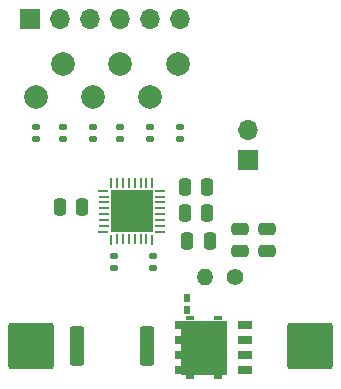
<source format=gbr>
%TF.GenerationSoftware,KiCad,Pcbnew,(6.0.8)*%
%TF.CreationDate,2023-02-11T16:42:38+01:00*%
%TF.ProjectId,VNF1048FTR_TestBoard,564e4631-3034-4384-9654-525f54657374,rev?*%
%TF.SameCoordinates,Original*%
%TF.FileFunction,Soldermask,Top*%
%TF.FilePolarity,Negative*%
%FSLAX46Y46*%
G04 Gerber Fmt 4.6, Leading zero omitted, Abs format (unit mm)*
G04 Created by KiCad (PCBNEW (6.0.8)) date 2023-02-11 16:42:38*
%MOMM*%
%LPD*%
G01*
G04 APERTURE LIST*
G04 Aperture macros list*
%AMRoundRect*
0 Rectangle with rounded corners*
0 $1 Rounding radius*
0 $2 $3 $4 $5 $6 $7 $8 $9 X,Y pos of 4 corners*
0 Add a 4 corners polygon primitive as box body*
4,1,4,$2,$3,$4,$5,$6,$7,$8,$9,$2,$3,0*
0 Add four circle primitives for the rounded corners*
1,1,$1+$1,$2,$3*
1,1,$1+$1,$4,$5*
1,1,$1+$1,$6,$7*
1,1,$1+$1,$8,$9*
0 Add four rect primitives between the rounded corners*
20,1,$1+$1,$2,$3,$4,$5,0*
20,1,$1+$1,$4,$5,$6,$7,0*
20,1,$1+$1,$6,$7,$8,$9,0*
20,1,$1+$1,$8,$9,$2,$3,0*%
G04 Aperture macros list end*
%ADD10R,1.700000X1.700000*%
%ADD11O,1.700000X1.700000*%
%ADD12C,1.400000*%
%ADD13O,1.400000X1.400000*%
%ADD14R,0.254000X0.812800*%
%ADD15R,0.254000X0.863600*%
%ADD16R,0.812800X0.254000*%
%ADD17R,0.863600X0.254000*%
%ADD18R,3.606800X3.606800*%
%ADD19C,2.000000*%
%ADD20R,0.600000X0.800000*%
%ADD21RoundRect,0.250000X-0.362500X-1.425000X0.362500X-1.425000X0.362500X1.425000X-0.362500X1.425000X0*%
%ADD22RoundRect,0.135000X0.185000X-0.135000X0.185000X0.135000X-0.185000X0.135000X-0.185000X-0.135000X0*%
%ADD23R,1.250000X0.650000*%
%ADD24R,0.550000X0.725000*%
%ADD25R,3.900000X4.600000*%
%ADD26R,0.800000X0.400000*%
%ADD27RoundRect,0.250002X-1.699998X-1.699998X1.699998X-1.699998X1.699998X1.699998X-1.699998X1.699998X0*%
%ADD28RoundRect,0.250000X0.475000X-0.250000X0.475000X0.250000X-0.475000X0.250000X-0.475000X-0.250000X0*%
%ADD29RoundRect,0.250000X0.250000X0.475000X-0.250000X0.475000X-0.250000X-0.475000X0.250000X-0.475000X0*%
%ADD30RoundRect,0.250000X-0.250000X-0.475000X0.250000X-0.475000X0.250000X0.475000X-0.250000X0.475000X0*%
G04 APERTURE END LIST*
D10*
%TO.C,J4*%
X127483000Y-42652000D03*
D11*
X127483000Y-40112000D03*
%TD*%
D10*
%TO.C,J1*%
X108991000Y-30709000D03*
D11*
X111531000Y-30709000D03*
X114071000Y-30709000D03*
X116611000Y-30709000D03*
X119151000Y-30709000D03*
X121691000Y-30709000D03*
%TD*%
D12*
%TO.C,RH1*%
X126365000Y-52578000D03*
D13*
X123825000Y-52578000D03*
%TD*%
D14*
%TO.C,U1*%
X119351999Y-44589700D03*
D15*
X118852000Y-44615100D03*
X118352001Y-44615100D03*
X117852000Y-44615100D03*
X117352000Y-44615100D03*
X116851999Y-44615100D03*
X116352000Y-44615100D03*
D14*
X115852001Y-44589700D03*
D16*
X115201700Y-45240001D03*
D17*
X115227100Y-45740000D03*
X115227100Y-46239999D03*
X115227100Y-46740000D03*
X115227100Y-47240000D03*
X115227100Y-47740001D03*
X115227100Y-48240000D03*
D16*
X115201700Y-48739999D03*
D14*
X115852001Y-49390300D03*
D15*
X116352000Y-49364900D03*
X116851999Y-49364900D03*
X117352000Y-49364900D03*
X117852000Y-49364900D03*
X118352001Y-49364900D03*
X118852000Y-49364900D03*
D14*
X119351999Y-49390300D03*
D16*
X120002300Y-48739999D03*
D17*
X119976900Y-48240000D03*
X119976900Y-47740001D03*
X119976900Y-47240000D03*
X119976900Y-46740000D03*
X119976900Y-46239999D03*
X119976900Y-45740000D03*
D16*
X120002300Y-45240001D03*
D18*
X117602000Y-46990000D03*
%TD*%
D19*
%TO.C,TP7*%
X111760000Y-34544000D03*
%TD*%
%TO.C,TP6*%
X109474000Y-37338000D03*
%TD*%
%TO.C,TP5*%
X119126000Y-37338000D03*
%TD*%
%TO.C,TP4*%
X121539000Y-34544000D03*
%TD*%
%TO.C,TP3*%
X114300000Y-37338000D03*
%TD*%
%TO.C,TP2*%
X116586000Y-34544000D03*
%TD*%
D20*
%TO.C,RT1*%
X122301000Y-54356000D03*
X122301000Y-55356000D03*
%TD*%
D21*
%TO.C,RS1*%
X112988500Y-58420000D03*
X118913500Y-58420000D03*
%TD*%
D22*
%TO.C,R9*%
X119380000Y-51818000D03*
X119380000Y-50798000D03*
%TD*%
%TO.C,R8*%
X116078000Y-51818000D03*
X116078000Y-50798000D03*
%TD*%
%TO.C,R7*%
X111760000Y-40896000D03*
X111760000Y-39876000D03*
%TD*%
%TO.C,R6*%
X114300000Y-40896000D03*
X114300000Y-39876000D03*
%TD*%
%TO.C,R5*%
X116586000Y-40896000D03*
X116586000Y-39876000D03*
%TD*%
%TO.C,R4*%
X119126000Y-40896000D03*
X119126000Y-39876000D03*
%TD*%
%TO.C,R3*%
X121666000Y-40896000D03*
X121666000Y-39876000D03*
%TD*%
%TO.C,R1*%
X109474000Y-40896000D03*
X109474000Y-39876000D03*
%TD*%
D23*
%TO.C,Q1*%
X127203500Y-60452000D03*
X127203500Y-59182000D03*
X127203500Y-57912000D03*
X127203500Y-56642000D03*
D24*
X121503500Y-56642000D03*
X121503500Y-57912000D03*
X121503500Y-59182000D03*
X121503500Y-60452000D03*
D25*
X123728500Y-58547000D03*
D26*
X122503500Y-56047000D03*
X124953500Y-56047000D03*
X122503500Y-61047000D03*
X124953500Y-61047000D03*
%TD*%
D27*
%TO.C,J3*%
X109093000Y-58420000D03*
%TD*%
%TO.C,J2*%
X132715000Y-58420000D03*
%TD*%
D28*
%TO.C,C6*%
X126746000Y-50353000D03*
X126746000Y-48453000D03*
%TD*%
%TO.C,C5*%
X129032000Y-48453000D03*
X129032000Y-50353000D03*
%TD*%
D29*
%TO.C,C4*%
X123987600Y-47142400D03*
X122087600Y-47142400D03*
%TD*%
%TO.C,C3*%
X123987600Y-44958000D03*
X122087600Y-44958000D03*
%TD*%
D30*
%TO.C,C2*%
X122306000Y-49530000D03*
X124206000Y-49530000D03*
%TD*%
%TO.C,C1*%
X111511000Y-46659800D03*
X113411000Y-46659800D03*
%TD*%
M02*

</source>
